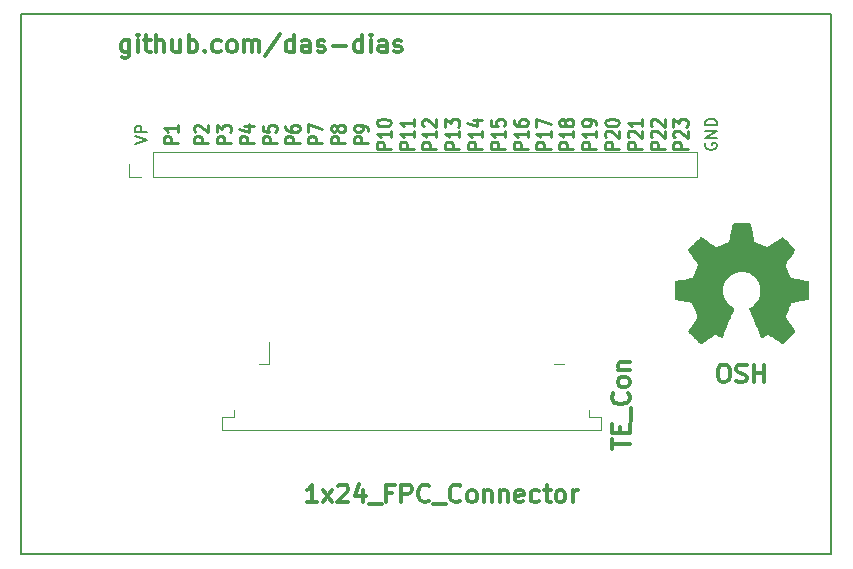
<source format=gbr>
%TF.GenerationSoftware,KiCad,Pcbnew,(6.0.1)*%
%TF.CreationDate,2022-02-07T14:27:38+00:00*%
%TF.ProjectId,24p_fpc_keyboard,3234705f-6670-4635-9f6b-6579626f6172,rev?*%
%TF.SameCoordinates,Original*%
%TF.FileFunction,Legend,Top*%
%TF.FilePolarity,Positive*%
%FSLAX46Y46*%
G04 Gerber Fmt 4.6, Leading zero omitted, Abs format (unit mm)*
G04 Created by KiCad (PCBNEW (6.0.1)) date 2022-02-07 14:27:38*
%MOMM*%
%LPD*%
G01*
G04 APERTURE LIST*
%TA.AperFunction,Profile*%
%ADD10C,0.200000*%
%TD*%
%ADD11C,0.300000*%
%ADD12C,0.250000*%
%ADD13C,0.150000*%
%ADD14C,0.120000*%
G04 APERTURE END LIST*
D10*
X175260000Y-48260000D02*
X106680000Y-48260000D01*
X106680000Y-48260000D02*
X106680000Y-93980000D01*
X106680000Y-93980000D02*
X175260000Y-93980000D01*
X175260000Y-93980000D02*
X175260000Y-48260000D01*
D11*
X156658571Y-85065714D02*
X156658571Y-84208571D01*
X158158571Y-84637142D02*
X156658571Y-84637142D01*
X157372857Y-83708571D02*
X157372857Y-83208571D01*
X158158571Y-82994285D02*
X158158571Y-83708571D01*
X156658571Y-83708571D01*
X156658571Y-82994285D01*
X158301428Y-82708571D02*
X158301428Y-81565714D01*
X158015714Y-80351428D02*
X158087142Y-80422857D01*
X158158571Y-80637142D01*
X158158571Y-80780000D01*
X158087142Y-80994285D01*
X157944285Y-81137142D01*
X157801428Y-81208571D01*
X157515714Y-81280000D01*
X157301428Y-81280000D01*
X157015714Y-81208571D01*
X156872857Y-81137142D01*
X156730000Y-80994285D01*
X156658571Y-80780000D01*
X156658571Y-80637142D01*
X156730000Y-80422857D01*
X156801428Y-80351428D01*
X158158571Y-79494285D02*
X158087142Y-79637142D01*
X158015714Y-79708571D01*
X157872857Y-79780000D01*
X157444285Y-79780000D01*
X157301428Y-79708571D01*
X157230000Y-79637142D01*
X157158571Y-79494285D01*
X157158571Y-79280000D01*
X157230000Y-79137142D01*
X157301428Y-79065714D01*
X157444285Y-78994285D01*
X157872857Y-78994285D01*
X158015714Y-79065714D01*
X158087142Y-79137142D01*
X158158571Y-79280000D01*
X158158571Y-79494285D01*
X157158571Y-78351428D02*
X158158571Y-78351428D01*
X157301428Y-78351428D02*
X157230000Y-78280000D01*
X157158571Y-78137142D01*
X157158571Y-77922857D01*
X157230000Y-77780000D01*
X157372857Y-77708571D01*
X158158571Y-77708571D01*
X115821428Y-50478571D02*
X115821428Y-51692857D01*
X115750000Y-51835714D01*
X115678571Y-51907142D01*
X115535714Y-51978571D01*
X115321428Y-51978571D01*
X115178571Y-51907142D01*
X115821428Y-51407142D02*
X115678571Y-51478571D01*
X115392857Y-51478571D01*
X115250000Y-51407142D01*
X115178571Y-51335714D01*
X115107142Y-51192857D01*
X115107142Y-50764285D01*
X115178571Y-50621428D01*
X115250000Y-50550000D01*
X115392857Y-50478571D01*
X115678571Y-50478571D01*
X115821428Y-50550000D01*
X116535714Y-51478571D02*
X116535714Y-50478571D01*
X116535714Y-49978571D02*
X116464285Y-50050000D01*
X116535714Y-50121428D01*
X116607142Y-50050000D01*
X116535714Y-49978571D01*
X116535714Y-50121428D01*
X117035714Y-50478571D02*
X117607142Y-50478571D01*
X117250000Y-49978571D02*
X117250000Y-51264285D01*
X117321428Y-51407142D01*
X117464285Y-51478571D01*
X117607142Y-51478571D01*
X118107142Y-51478571D02*
X118107142Y-49978571D01*
X118750000Y-51478571D02*
X118750000Y-50692857D01*
X118678571Y-50550000D01*
X118535714Y-50478571D01*
X118321428Y-50478571D01*
X118178571Y-50550000D01*
X118107142Y-50621428D01*
X120107142Y-50478571D02*
X120107142Y-51478571D01*
X119464285Y-50478571D02*
X119464285Y-51264285D01*
X119535714Y-51407142D01*
X119678571Y-51478571D01*
X119892857Y-51478571D01*
X120035714Y-51407142D01*
X120107142Y-51335714D01*
X120821428Y-51478571D02*
X120821428Y-49978571D01*
X120821428Y-50550000D02*
X120964285Y-50478571D01*
X121250000Y-50478571D01*
X121392857Y-50550000D01*
X121464285Y-50621428D01*
X121535714Y-50764285D01*
X121535714Y-51192857D01*
X121464285Y-51335714D01*
X121392857Y-51407142D01*
X121250000Y-51478571D01*
X120964285Y-51478571D01*
X120821428Y-51407142D01*
X122178571Y-51335714D02*
X122250000Y-51407142D01*
X122178571Y-51478571D01*
X122107142Y-51407142D01*
X122178571Y-51335714D01*
X122178571Y-51478571D01*
X123535714Y-51407142D02*
X123392857Y-51478571D01*
X123107142Y-51478571D01*
X122964285Y-51407142D01*
X122892857Y-51335714D01*
X122821428Y-51192857D01*
X122821428Y-50764285D01*
X122892857Y-50621428D01*
X122964285Y-50550000D01*
X123107142Y-50478571D01*
X123392857Y-50478571D01*
X123535714Y-50550000D01*
X124392857Y-51478571D02*
X124250000Y-51407142D01*
X124178571Y-51335714D01*
X124107142Y-51192857D01*
X124107142Y-50764285D01*
X124178571Y-50621428D01*
X124250000Y-50550000D01*
X124392857Y-50478571D01*
X124607142Y-50478571D01*
X124750000Y-50550000D01*
X124821428Y-50621428D01*
X124892857Y-50764285D01*
X124892857Y-51192857D01*
X124821428Y-51335714D01*
X124750000Y-51407142D01*
X124607142Y-51478571D01*
X124392857Y-51478571D01*
X125535714Y-51478571D02*
X125535714Y-50478571D01*
X125535714Y-50621428D02*
X125607142Y-50550000D01*
X125750000Y-50478571D01*
X125964285Y-50478571D01*
X126107142Y-50550000D01*
X126178571Y-50692857D01*
X126178571Y-51478571D01*
X126178571Y-50692857D02*
X126250000Y-50550000D01*
X126392857Y-50478571D01*
X126607142Y-50478571D01*
X126750000Y-50550000D01*
X126821428Y-50692857D01*
X126821428Y-51478571D01*
X128607142Y-49907142D02*
X127321428Y-51835714D01*
X129750000Y-51478571D02*
X129750000Y-49978571D01*
X129750000Y-51407142D02*
X129607142Y-51478571D01*
X129321428Y-51478571D01*
X129178571Y-51407142D01*
X129107142Y-51335714D01*
X129035714Y-51192857D01*
X129035714Y-50764285D01*
X129107142Y-50621428D01*
X129178571Y-50550000D01*
X129321428Y-50478571D01*
X129607142Y-50478571D01*
X129750000Y-50550000D01*
X131107142Y-51478571D02*
X131107142Y-50692857D01*
X131035714Y-50550000D01*
X130892857Y-50478571D01*
X130607142Y-50478571D01*
X130464285Y-50550000D01*
X131107142Y-51407142D02*
X130964285Y-51478571D01*
X130607142Y-51478571D01*
X130464285Y-51407142D01*
X130392857Y-51264285D01*
X130392857Y-51121428D01*
X130464285Y-50978571D01*
X130607142Y-50907142D01*
X130964285Y-50907142D01*
X131107142Y-50835714D01*
X131750000Y-51407142D02*
X131892857Y-51478571D01*
X132178571Y-51478571D01*
X132321428Y-51407142D01*
X132392857Y-51264285D01*
X132392857Y-51192857D01*
X132321428Y-51050000D01*
X132178571Y-50978571D01*
X131964285Y-50978571D01*
X131821428Y-50907142D01*
X131750000Y-50764285D01*
X131750000Y-50692857D01*
X131821428Y-50550000D01*
X131964285Y-50478571D01*
X132178571Y-50478571D01*
X132321428Y-50550000D01*
X133035714Y-50907142D02*
X134178571Y-50907142D01*
X135535714Y-51478571D02*
X135535714Y-49978571D01*
X135535714Y-51407142D02*
X135392857Y-51478571D01*
X135107142Y-51478571D01*
X134964285Y-51407142D01*
X134892857Y-51335714D01*
X134821428Y-51192857D01*
X134821428Y-50764285D01*
X134892857Y-50621428D01*
X134964285Y-50550000D01*
X135107142Y-50478571D01*
X135392857Y-50478571D01*
X135535714Y-50550000D01*
X136250000Y-51478571D02*
X136250000Y-50478571D01*
X136250000Y-49978571D02*
X136178571Y-50050000D01*
X136250000Y-50121428D01*
X136321428Y-50050000D01*
X136250000Y-49978571D01*
X136250000Y-50121428D01*
X137607142Y-51478571D02*
X137607142Y-50692857D01*
X137535714Y-50550000D01*
X137392857Y-50478571D01*
X137107142Y-50478571D01*
X136964285Y-50550000D01*
X137607142Y-51407142D02*
X137464285Y-51478571D01*
X137107142Y-51478571D01*
X136964285Y-51407142D01*
X136892857Y-51264285D01*
X136892857Y-51121428D01*
X136964285Y-50978571D01*
X137107142Y-50907142D01*
X137464285Y-50907142D01*
X137607142Y-50835714D01*
X138250000Y-51407142D02*
X138392857Y-51478571D01*
X138678571Y-51478571D01*
X138821428Y-51407142D01*
X138892857Y-51264285D01*
X138892857Y-51192857D01*
X138821428Y-51050000D01*
X138678571Y-50978571D01*
X138464285Y-50978571D01*
X138321428Y-50907142D01*
X138250000Y-50764285D01*
X138250000Y-50692857D01*
X138321428Y-50550000D01*
X138464285Y-50478571D01*
X138678571Y-50478571D01*
X138821428Y-50550000D01*
D12*
X119922857Y-59158095D02*
X118722857Y-59158095D01*
X118722857Y-58777142D01*
X118780000Y-58681904D01*
X118837142Y-58634285D01*
X118951428Y-58586666D01*
X119122857Y-58586666D01*
X119237142Y-58634285D01*
X119294285Y-58681904D01*
X119351428Y-58777142D01*
X119351428Y-59158095D01*
X119922857Y-57634285D02*
X119922857Y-58205714D01*
X119922857Y-57920000D02*
X118722857Y-57920000D01*
X118894285Y-58015238D01*
X119008571Y-58110476D01*
X119065714Y-58205714D01*
D13*
X116292380Y-59253333D02*
X117292380Y-58920000D01*
X116292380Y-58586666D01*
X117292380Y-58253333D02*
X116292380Y-58253333D01*
X116292380Y-57872380D01*
X116340000Y-57777142D01*
X116387619Y-57729523D01*
X116482857Y-57681904D01*
X116625714Y-57681904D01*
X116720952Y-57729523D01*
X116768571Y-57777142D01*
X116816190Y-57872380D01*
X116816190Y-58253333D01*
D11*
X131704285Y-89578571D02*
X130847142Y-89578571D01*
X131275714Y-89578571D02*
X131275714Y-88078571D01*
X131132857Y-88292857D01*
X130990000Y-88435714D01*
X130847142Y-88507142D01*
X132204285Y-89578571D02*
X132990000Y-88578571D01*
X132204285Y-88578571D02*
X132990000Y-89578571D01*
X133490000Y-88221428D02*
X133561428Y-88150000D01*
X133704285Y-88078571D01*
X134061428Y-88078571D01*
X134204285Y-88150000D01*
X134275714Y-88221428D01*
X134347142Y-88364285D01*
X134347142Y-88507142D01*
X134275714Y-88721428D01*
X133418571Y-89578571D01*
X134347142Y-89578571D01*
X135632857Y-88578571D02*
X135632857Y-89578571D01*
X135275714Y-88007142D02*
X134918571Y-89078571D01*
X135847142Y-89078571D01*
X136061428Y-89721428D02*
X137204285Y-89721428D01*
X138061428Y-88792857D02*
X137561428Y-88792857D01*
X137561428Y-89578571D02*
X137561428Y-88078571D01*
X138275714Y-88078571D01*
X138847142Y-89578571D02*
X138847142Y-88078571D01*
X139418571Y-88078571D01*
X139561428Y-88150000D01*
X139632857Y-88221428D01*
X139704285Y-88364285D01*
X139704285Y-88578571D01*
X139632857Y-88721428D01*
X139561428Y-88792857D01*
X139418571Y-88864285D01*
X138847142Y-88864285D01*
X141204285Y-89435714D02*
X141132857Y-89507142D01*
X140918571Y-89578571D01*
X140775714Y-89578571D01*
X140561428Y-89507142D01*
X140418571Y-89364285D01*
X140347142Y-89221428D01*
X140275714Y-88935714D01*
X140275714Y-88721428D01*
X140347142Y-88435714D01*
X140418571Y-88292857D01*
X140561428Y-88150000D01*
X140775714Y-88078571D01*
X140918571Y-88078571D01*
X141132857Y-88150000D01*
X141204285Y-88221428D01*
X141490000Y-89721428D02*
X142632857Y-89721428D01*
X143847142Y-89435714D02*
X143775714Y-89507142D01*
X143561428Y-89578571D01*
X143418571Y-89578571D01*
X143204285Y-89507142D01*
X143061428Y-89364285D01*
X142990000Y-89221428D01*
X142918571Y-88935714D01*
X142918571Y-88721428D01*
X142990000Y-88435714D01*
X143061428Y-88292857D01*
X143204285Y-88150000D01*
X143418571Y-88078571D01*
X143561428Y-88078571D01*
X143775714Y-88150000D01*
X143847142Y-88221428D01*
X144704285Y-89578571D02*
X144561428Y-89507142D01*
X144490000Y-89435714D01*
X144418571Y-89292857D01*
X144418571Y-88864285D01*
X144490000Y-88721428D01*
X144561428Y-88650000D01*
X144704285Y-88578571D01*
X144918571Y-88578571D01*
X145061428Y-88650000D01*
X145132857Y-88721428D01*
X145204285Y-88864285D01*
X145204285Y-89292857D01*
X145132857Y-89435714D01*
X145061428Y-89507142D01*
X144918571Y-89578571D01*
X144704285Y-89578571D01*
X145847142Y-88578571D02*
X145847142Y-89578571D01*
X145847142Y-88721428D02*
X145918571Y-88650000D01*
X146061428Y-88578571D01*
X146275714Y-88578571D01*
X146418571Y-88650000D01*
X146490000Y-88792857D01*
X146490000Y-89578571D01*
X147204285Y-88578571D02*
X147204285Y-89578571D01*
X147204285Y-88721428D02*
X147275714Y-88650000D01*
X147418571Y-88578571D01*
X147632857Y-88578571D01*
X147775714Y-88650000D01*
X147847142Y-88792857D01*
X147847142Y-89578571D01*
X149132857Y-89507142D02*
X148990000Y-89578571D01*
X148704285Y-89578571D01*
X148561428Y-89507142D01*
X148490000Y-89364285D01*
X148490000Y-88792857D01*
X148561428Y-88650000D01*
X148704285Y-88578571D01*
X148990000Y-88578571D01*
X149132857Y-88650000D01*
X149204285Y-88792857D01*
X149204285Y-88935714D01*
X148490000Y-89078571D01*
X150490000Y-89507142D02*
X150347142Y-89578571D01*
X150061428Y-89578571D01*
X149918571Y-89507142D01*
X149847142Y-89435714D01*
X149775714Y-89292857D01*
X149775714Y-88864285D01*
X149847142Y-88721428D01*
X149918571Y-88650000D01*
X150061428Y-88578571D01*
X150347142Y-88578571D01*
X150490000Y-88650000D01*
X150918571Y-88578571D02*
X151490000Y-88578571D01*
X151132857Y-88078571D02*
X151132857Y-89364285D01*
X151204285Y-89507142D01*
X151347142Y-89578571D01*
X151490000Y-89578571D01*
X152204285Y-89578571D02*
X152061428Y-89507142D01*
X151990000Y-89435714D01*
X151918571Y-89292857D01*
X151918571Y-88864285D01*
X151990000Y-88721428D01*
X152061428Y-88650000D01*
X152204285Y-88578571D01*
X152418571Y-88578571D01*
X152561428Y-88650000D01*
X152632857Y-88721428D01*
X152704285Y-88864285D01*
X152704285Y-89292857D01*
X152632857Y-89435714D01*
X152561428Y-89507142D01*
X152418571Y-89578571D01*
X152204285Y-89578571D01*
X153347142Y-89578571D02*
X153347142Y-88578571D01*
X153347142Y-88864285D02*
X153418571Y-88721428D01*
X153490000Y-88650000D01*
X153632857Y-88578571D01*
X153775714Y-88578571D01*
D13*
X164600000Y-59181904D02*
X164552380Y-59277142D01*
X164552380Y-59420000D01*
X164600000Y-59562857D01*
X164695238Y-59658095D01*
X164790476Y-59705714D01*
X164980952Y-59753333D01*
X165123809Y-59753333D01*
X165314285Y-59705714D01*
X165409523Y-59658095D01*
X165504761Y-59562857D01*
X165552380Y-59420000D01*
X165552380Y-59324761D01*
X165504761Y-59181904D01*
X165457142Y-59134285D01*
X165123809Y-59134285D01*
X165123809Y-59324761D01*
X165552380Y-58705714D02*
X164552380Y-58705714D01*
X165552380Y-58134285D01*
X164552380Y-58134285D01*
X165552380Y-57658095D02*
X164552380Y-57658095D01*
X164552380Y-57420000D01*
X164600000Y-57277142D01*
X164695238Y-57181904D01*
X164790476Y-57134285D01*
X164980952Y-57086666D01*
X165123809Y-57086666D01*
X165314285Y-57134285D01*
X165409523Y-57181904D01*
X165504761Y-57277142D01*
X165552380Y-57420000D01*
X165552380Y-57658095D01*
D12*
X122496857Y-59158095D02*
X121296857Y-59158095D01*
X121296857Y-58777142D01*
X121354000Y-58681904D01*
X121411142Y-58634285D01*
X121525428Y-58586666D01*
X121696857Y-58586666D01*
X121811142Y-58634285D01*
X121868285Y-58681904D01*
X121925428Y-58777142D01*
X121925428Y-59158095D01*
X121411142Y-58205714D02*
X121354000Y-58158095D01*
X121296857Y-58062857D01*
X121296857Y-57824761D01*
X121354000Y-57729523D01*
X121411142Y-57681904D01*
X121525428Y-57634285D01*
X121639714Y-57634285D01*
X121811142Y-57681904D01*
X122496857Y-58253333D01*
X122496857Y-57634285D01*
X124428857Y-59158095D02*
X123228857Y-59158095D01*
X123228857Y-58777142D01*
X123286000Y-58681904D01*
X123343142Y-58634285D01*
X123457428Y-58586666D01*
X123628857Y-58586666D01*
X123743142Y-58634285D01*
X123800285Y-58681904D01*
X123857428Y-58777142D01*
X123857428Y-59158095D01*
X123228857Y-58253333D02*
X123228857Y-57634285D01*
X123686000Y-57967619D01*
X123686000Y-57824761D01*
X123743142Y-57729523D01*
X123800285Y-57681904D01*
X123914571Y-57634285D01*
X124200285Y-57634285D01*
X124314571Y-57681904D01*
X124371714Y-57729523D01*
X124428857Y-57824761D01*
X124428857Y-58110476D01*
X124371714Y-58205714D01*
X124314571Y-58253333D01*
X126360857Y-59158095D02*
X125160857Y-59158095D01*
X125160857Y-58777142D01*
X125218000Y-58681904D01*
X125275142Y-58634285D01*
X125389428Y-58586666D01*
X125560857Y-58586666D01*
X125675142Y-58634285D01*
X125732285Y-58681904D01*
X125789428Y-58777142D01*
X125789428Y-59158095D01*
X125560857Y-57729523D02*
X126360857Y-57729523D01*
X125103714Y-57967619D02*
X125960857Y-58205714D01*
X125960857Y-57586666D01*
X128292857Y-59158095D02*
X127092857Y-59158095D01*
X127092857Y-58777142D01*
X127150000Y-58681904D01*
X127207142Y-58634285D01*
X127321428Y-58586666D01*
X127492857Y-58586666D01*
X127607142Y-58634285D01*
X127664285Y-58681904D01*
X127721428Y-58777142D01*
X127721428Y-59158095D01*
X127092857Y-57681904D02*
X127092857Y-58158095D01*
X127664285Y-58205714D01*
X127607142Y-58158095D01*
X127550000Y-58062857D01*
X127550000Y-57824761D01*
X127607142Y-57729523D01*
X127664285Y-57681904D01*
X127778571Y-57634285D01*
X128064285Y-57634285D01*
X128178571Y-57681904D01*
X128235714Y-57729523D01*
X128292857Y-57824761D01*
X128292857Y-58062857D01*
X128235714Y-58158095D01*
X128178571Y-58205714D01*
X130224857Y-59158095D02*
X129024857Y-59158095D01*
X129024857Y-58777142D01*
X129082000Y-58681904D01*
X129139142Y-58634285D01*
X129253428Y-58586666D01*
X129424857Y-58586666D01*
X129539142Y-58634285D01*
X129596285Y-58681904D01*
X129653428Y-58777142D01*
X129653428Y-59158095D01*
X129024857Y-57729523D02*
X129024857Y-57920000D01*
X129082000Y-58015238D01*
X129139142Y-58062857D01*
X129310571Y-58158095D01*
X129539142Y-58205714D01*
X129996285Y-58205714D01*
X130110571Y-58158095D01*
X130167714Y-58110476D01*
X130224857Y-58015238D01*
X130224857Y-57824761D01*
X130167714Y-57729523D01*
X130110571Y-57681904D01*
X129996285Y-57634285D01*
X129710571Y-57634285D01*
X129596285Y-57681904D01*
X129539142Y-57729523D01*
X129482000Y-57824761D01*
X129482000Y-58015238D01*
X129539142Y-58110476D01*
X129596285Y-58158095D01*
X129710571Y-58205714D01*
X132156857Y-59158095D02*
X130956857Y-59158095D01*
X130956857Y-58777142D01*
X131014000Y-58681904D01*
X131071142Y-58634285D01*
X131185428Y-58586666D01*
X131356857Y-58586666D01*
X131471142Y-58634285D01*
X131528285Y-58681904D01*
X131585428Y-58777142D01*
X131585428Y-59158095D01*
X130956857Y-58253333D02*
X130956857Y-57586666D01*
X132156857Y-58015238D01*
X134088857Y-59158095D02*
X132888857Y-59158095D01*
X132888857Y-58777142D01*
X132946000Y-58681904D01*
X133003142Y-58634285D01*
X133117428Y-58586666D01*
X133288857Y-58586666D01*
X133403142Y-58634285D01*
X133460285Y-58681904D01*
X133517428Y-58777142D01*
X133517428Y-59158095D01*
X133403142Y-58015238D02*
X133346000Y-58110476D01*
X133288857Y-58158095D01*
X133174571Y-58205714D01*
X133117428Y-58205714D01*
X133003142Y-58158095D01*
X132946000Y-58110476D01*
X132888857Y-58015238D01*
X132888857Y-57824761D01*
X132946000Y-57729523D01*
X133003142Y-57681904D01*
X133117428Y-57634285D01*
X133174571Y-57634285D01*
X133288857Y-57681904D01*
X133346000Y-57729523D01*
X133403142Y-57824761D01*
X133403142Y-58015238D01*
X133460285Y-58110476D01*
X133517428Y-58158095D01*
X133631714Y-58205714D01*
X133860285Y-58205714D01*
X133974571Y-58158095D01*
X134031714Y-58110476D01*
X134088857Y-58015238D01*
X134088857Y-57824761D01*
X134031714Y-57729523D01*
X133974571Y-57681904D01*
X133860285Y-57634285D01*
X133631714Y-57634285D01*
X133517428Y-57681904D01*
X133460285Y-57729523D01*
X133403142Y-57824761D01*
X136020857Y-59158095D02*
X134820857Y-59158095D01*
X134820857Y-58777142D01*
X134878000Y-58681904D01*
X134935142Y-58634285D01*
X135049428Y-58586666D01*
X135220857Y-58586666D01*
X135335142Y-58634285D01*
X135392285Y-58681904D01*
X135449428Y-58777142D01*
X135449428Y-59158095D01*
X136020857Y-58110476D02*
X136020857Y-57920000D01*
X135963714Y-57824761D01*
X135906571Y-57777142D01*
X135735142Y-57681904D01*
X135506571Y-57634285D01*
X135049428Y-57634285D01*
X134935142Y-57681904D01*
X134878000Y-57729523D01*
X134820857Y-57824761D01*
X134820857Y-58015238D01*
X134878000Y-58110476D01*
X134935142Y-58158095D01*
X135049428Y-58205714D01*
X135335142Y-58205714D01*
X135449428Y-58158095D01*
X135506571Y-58110476D01*
X135563714Y-58015238D01*
X135563714Y-57824761D01*
X135506571Y-57729523D01*
X135449428Y-57681904D01*
X135335142Y-57634285D01*
X137952857Y-59634285D02*
X136752857Y-59634285D01*
X136752857Y-59253333D01*
X136810000Y-59158095D01*
X136867142Y-59110476D01*
X136981428Y-59062857D01*
X137152857Y-59062857D01*
X137267142Y-59110476D01*
X137324285Y-59158095D01*
X137381428Y-59253333D01*
X137381428Y-59634285D01*
X137952857Y-58110476D02*
X137952857Y-58681904D01*
X137952857Y-58396190D02*
X136752857Y-58396190D01*
X136924285Y-58491428D01*
X137038571Y-58586666D01*
X137095714Y-58681904D01*
X136752857Y-57491428D02*
X136752857Y-57396190D01*
X136810000Y-57300952D01*
X136867142Y-57253333D01*
X136981428Y-57205714D01*
X137210000Y-57158095D01*
X137495714Y-57158095D01*
X137724285Y-57205714D01*
X137838571Y-57253333D01*
X137895714Y-57300952D01*
X137952857Y-57396190D01*
X137952857Y-57491428D01*
X137895714Y-57586666D01*
X137838571Y-57634285D01*
X137724285Y-57681904D01*
X137495714Y-57729523D01*
X137210000Y-57729523D01*
X136981428Y-57681904D01*
X136867142Y-57634285D01*
X136810000Y-57586666D01*
X136752857Y-57491428D01*
X139884857Y-59634285D02*
X138684857Y-59634285D01*
X138684857Y-59253333D01*
X138742000Y-59158095D01*
X138799142Y-59110476D01*
X138913428Y-59062857D01*
X139084857Y-59062857D01*
X139199142Y-59110476D01*
X139256285Y-59158095D01*
X139313428Y-59253333D01*
X139313428Y-59634285D01*
X139884857Y-58110476D02*
X139884857Y-58681904D01*
X139884857Y-58396190D02*
X138684857Y-58396190D01*
X138856285Y-58491428D01*
X138970571Y-58586666D01*
X139027714Y-58681904D01*
X139884857Y-57158095D02*
X139884857Y-57729523D01*
X139884857Y-57443809D02*
X138684857Y-57443809D01*
X138856285Y-57539047D01*
X138970571Y-57634285D01*
X139027714Y-57729523D01*
X141816857Y-59634285D02*
X140616857Y-59634285D01*
X140616857Y-59253333D01*
X140674000Y-59158095D01*
X140731142Y-59110476D01*
X140845428Y-59062857D01*
X141016857Y-59062857D01*
X141131142Y-59110476D01*
X141188285Y-59158095D01*
X141245428Y-59253333D01*
X141245428Y-59634285D01*
X141816857Y-58110476D02*
X141816857Y-58681904D01*
X141816857Y-58396190D02*
X140616857Y-58396190D01*
X140788285Y-58491428D01*
X140902571Y-58586666D01*
X140959714Y-58681904D01*
X140731142Y-57729523D02*
X140674000Y-57681904D01*
X140616857Y-57586666D01*
X140616857Y-57348571D01*
X140674000Y-57253333D01*
X140731142Y-57205714D01*
X140845428Y-57158095D01*
X140959714Y-57158095D01*
X141131142Y-57205714D01*
X141816857Y-57777142D01*
X141816857Y-57158095D01*
X143748857Y-59634285D02*
X142548857Y-59634285D01*
X142548857Y-59253333D01*
X142606000Y-59158095D01*
X142663142Y-59110476D01*
X142777428Y-59062857D01*
X142948857Y-59062857D01*
X143063142Y-59110476D01*
X143120285Y-59158095D01*
X143177428Y-59253333D01*
X143177428Y-59634285D01*
X143748857Y-58110476D02*
X143748857Y-58681904D01*
X143748857Y-58396190D02*
X142548857Y-58396190D01*
X142720285Y-58491428D01*
X142834571Y-58586666D01*
X142891714Y-58681904D01*
X142548857Y-57777142D02*
X142548857Y-57158095D01*
X143006000Y-57491428D01*
X143006000Y-57348571D01*
X143063142Y-57253333D01*
X143120285Y-57205714D01*
X143234571Y-57158095D01*
X143520285Y-57158095D01*
X143634571Y-57205714D01*
X143691714Y-57253333D01*
X143748857Y-57348571D01*
X143748857Y-57634285D01*
X143691714Y-57729523D01*
X143634571Y-57777142D01*
X145680857Y-59634285D02*
X144480857Y-59634285D01*
X144480857Y-59253333D01*
X144538000Y-59158095D01*
X144595142Y-59110476D01*
X144709428Y-59062857D01*
X144880857Y-59062857D01*
X144995142Y-59110476D01*
X145052285Y-59158095D01*
X145109428Y-59253333D01*
X145109428Y-59634285D01*
X145680857Y-58110476D02*
X145680857Y-58681904D01*
X145680857Y-58396190D02*
X144480857Y-58396190D01*
X144652285Y-58491428D01*
X144766571Y-58586666D01*
X144823714Y-58681904D01*
X144880857Y-57253333D02*
X145680857Y-57253333D01*
X144423714Y-57491428D02*
X145280857Y-57729523D01*
X145280857Y-57110476D01*
X147612857Y-59634285D02*
X146412857Y-59634285D01*
X146412857Y-59253333D01*
X146470000Y-59158095D01*
X146527142Y-59110476D01*
X146641428Y-59062857D01*
X146812857Y-59062857D01*
X146927142Y-59110476D01*
X146984285Y-59158095D01*
X147041428Y-59253333D01*
X147041428Y-59634285D01*
X147612857Y-58110476D02*
X147612857Y-58681904D01*
X147612857Y-58396190D02*
X146412857Y-58396190D01*
X146584285Y-58491428D01*
X146698571Y-58586666D01*
X146755714Y-58681904D01*
X146412857Y-57205714D02*
X146412857Y-57681904D01*
X146984285Y-57729523D01*
X146927142Y-57681904D01*
X146870000Y-57586666D01*
X146870000Y-57348571D01*
X146927142Y-57253333D01*
X146984285Y-57205714D01*
X147098571Y-57158095D01*
X147384285Y-57158095D01*
X147498571Y-57205714D01*
X147555714Y-57253333D01*
X147612857Y-57348571D01*
X147612857Y-57586666D01*
X147555714Y-57681904D01*
X147498571Y-57729523D01*
X149544857Y-59634285D02*
X148344857Y-59634285D01*
X148344857Y-59253333D01*
X148402000Y-59158095D01*
X148459142Y-59110476D01*
X148573428Y-59062857D01*
X148744857Y-59062857D01*
X148859142Y-59110476D01*
X148916285Y-59158095D01*
X148973428Y-59253333D01*
X148973428Y-59634285D01*
X149544857Y-58110476D02*
X149544857Y-58681904D01*
X149544857Y-58396190D02*
X148344857Y-58396190D01*
X148516285Y-58491428D01*
X148630571Y-58586666D01*
X148687714Y-58681904D01*
X148344857Y-57253333D02*
X148344857Y-57443809D01*
X148402000Y-57539047D01*
X148459142Y-57586666D01*
X148630571Y-57681904D01*
X148859142Y-57729523D01*
X149316285Y-57729523D01*
X149430571Y-57681904D01*
X149487714Y-57634285D01*
X149544857Y-57539047D01*
X149544857Y-57348571D01*
X149487714Y-57253333D01*
X149430571Y-57205714D01*
X149316285Y-57158095D01*
X149030571Y-57158095D01*
X148916285Y-57205714D01*
X148859142Y-57253333D01*
X148802000Y-57348571D01*
X148802000Y-57539047D01*
X148859142Y-57634285D01*
X148916285Y-57681904D01*
X149030571Y-57729523D01*
X151476857Y-59634285D02*
X150276857Y-59634285D01*
X150276857Y-59253333D01*
X150334000Y-59158095D01*
X150391142Y-59110476D01*
X150505428Y-59062857D01*
X150676857Y-59062857D01*
X150791142Y-59110476D01*
X150848285Y-59158095D01*
X150905428Y-59253333D01*
X150905428Y-59634285D01*
X151476857Y-58110476D02*
X151476857Y-58681904D01*
X151476857Y-58396190D02*
X150276857Y-58396190D01*
X150448285Y-58491428D01*
X150562571Y-58586666D01*
X150619714Y-58681904D01*
X150276857Y-57777142D02*
X150276857Y-57110476D01*
X151476857Y-57539047D01*
X153408857Y-59634285D02*
X152208857Y-59634285D01*
X152208857Y-59253333D01*
X152266000Y-59158095D01*
X152323142Y-59110476D01*
X152437428Y-59062857D01*
X152608857Y-59062857D01*
X152723142Y-59110476D01*
X152780285Y-59158095D01*
X152837428Y-59253333D01*
X152837428Y-59634285D01*
X153408857Y-58110476D02*
X153408857Y-58681904D01*
X153408857Y-58396190D02*
X152208857Y-58396190D01*
X152380285Y-58491428D01*
X152494571Y-58586666D01*
X152551714Y-58681904D01*
X152723142Y-57539047D02*
X152666000Y-57634285D01*
X152608857Y-57681904D01*
X152494571Y-57729523D01*
X152437428Y-57729523D01*
X152323142Y-57681904D01*
X152266000Y-57634285D01*
X152208857Y-57539047D01*
X152208857Y-57348571D01*
X152266000Y-57253333D01*
X152323142Y-57205714D01*
X152437428Y-57158095D01*
X152494571Y-57158095D01*
X152608857Y-57205714D01*
X152666000Y-57253333D01*
X152723142Y-57348571D01*
X152723142Y-57539047D01*
X152780285Y-57634285D01*
X152837428Y-57681904D01*
X152951714Y-57729523D01*
X153180285Y-57729523D01*
X153294571Y-57681904D01*
X153351714Y-57634285D01*
X153408857Y-57539047D01*
X153408857Y-57348571D01*
X153351714Y-57253333D01*
X153294571Y-57205714D01*
X153180285Y-57158095D01*
X152951714Y-57158095D01*
X152837428Y-57205714D01*
X152780285Y-57253333D01*
X152723142Y-57348571D01*
X155340857Y-59634285D02*
X154140857Y-59634285D01*
X154140857Y-59253333D01*
X154198000Y-59158095D01*
X154255142Y-59110476D01*
X154369428Y-59062857D01*
X154540857Y-59062857D01*
X154655142Y-59110476D01*
X154712285Y-59158095D01*
X154769428Y-59253333D01*
X154769428Y-59634285D01*
X155340857Y-58110476D02*
X155340857Y-58681904D01*
X155340857Y-58396190D02*
X154140857Y-58396190D01*
X154312285Y-58491428D01*
X154426571Y-58586666D01*
X154483714Y-58681904D01*
X155340857Y-57634285D02*
X155340857Y-57443809D01*
X155283714Y-57348571D01*
X155226571Y-57300952D01*
X155055142Y-57205714D01*
X154826571Y-57158095D01*
X154369428Y-57158095D01*
X154255142Y-57205714D01*
X154198000Y-57253333D01*
X154140857Y-57348571D01*
X154140857Y-57539047D01*
X154198000Y-57634285D01*
X154255142Y-57681904D01*
X154369428Y-57729523D01*
X154655142Y-57729523D01*
X154769428Y-57681904D01*
X154826571Y-57634285D01*
X154883714Y-57539047D01*
X154883714Y-57348571D01*
X154826571Y-57253333D01*
X154769428Y-57205714D01*
X154655142Y-57158095D01*
X157272857Y-59634285D02*
X156072857Y-59634285D01*
X156072857Y-59253333D01*
X156130000Y-59158095D01*
X156187142Y-59110476D01*
X156301428Y-59062857D01*
X156472857Y-59062857D01*
X156587142Y-59110476D01*
X156644285Y-59158095D01*
X156701428Y-59253333D01*
X156701428Y-59634285D01*
X156187142Y-58681904D02*
X156130000Y-58634285D01*
X156072857Y-58539047D01*
X156072857Y-58300952D01*
X156130000Y-58205714D01*
X156187142Y-58158095D01*
X156301428Y-58110476D01*
X156415714Y-58110476D01*
X156587142Y-58158095D01*
X157272857Y-58729523D01*
X157272857Y-58110476D01*
X156072857Y-57491428D02*
X156072857Y-57396190D01*
X156130000Y-57300952D01*
X156187142Y-57253333D01*
X156301428Y-57205714D01*
X156530000Y-57158095D01*
X156815714Y-57158095D01*
X157044285Y-57205714D01*
X157158571Y-57253333D01*
X157215714Y-57300952D01*
X157272857Y-57396190D01*
X157272857Y-57491428D01*
X157215714Y-57586666D01*
X157158571Y-57634285D01*
X157044285Y-57681904D01*
X156815714Y-57729523D01*
X156530000Y-57729523D01*
X156301428Y-57681904D01*
X156187142Y-57634285D01*
X156130000Y-57586666D01*
X156072857Y-57491428D01*
X159204857Y-59634285D02*
X158004857Y-59634285D01*
X158004857Y-59253333D01*
X158062000Y-59158095D01*
X158119142Y-59110476D01*
X158233428Y-59062857D01*
X158404857Y-59062857D01*
X158519142Y-59110476D01*
X158576285Y-59158095D01*
X158633428Y-59253333D01*
X158633428Y-59634285D01*
X158119142Y-58681904D02*
X158062000Y-58634285D01*
X158004857Y-58539047D01*
X158004857Y-58300952D01*
X158062000Y-58205714D01*
X158119142Y-58158095D01*
X158233428Y-58110476D01*
X158347714Y-58110476D01*
X158519142Y-58158095D01*
X159204857Y-58729523D01*
X159204857Y-58110476D01*
X159204857Y-57158095D02*
X159204857Y-57729523D01*
X159204857Y-57443809D02*
X158004857Y-57443809D01*
X158176285Y-57539047D01*
X158290571Y-57634285D01*
X158347714Y-57729523D01*
X161136857Y-59634285D02*
X159936857Y-59634285D01*
X159936857Y-59253333D01*
X159994000Y-59158095D01*
X160051142Y-59110476D01*
X160165428Y-59062857D01*
X160336857Y-59062857D01*
X160451142Y-59110476D01*
X160508285Y-59158095D01*
X160565428Y-59253333D01*
X160565428Y-59634285D01*
X160051142Y-58681904D02*
X159994000Y-58634285D01*
X159936857Y-58539047D01*
X159936857Y-58300952D01*
X159994000Y-58205714D01*
X160051142Y-58158095D01*
X160165428Y-58110476D01*
X160279714Y-58110476D01*
X160451142Y-58158095D01*
X161136857Y-58729523D01*
X161136857Y-58110476D01*
X160051142Y-57729523D02*
X159994000Y-57681904D01*
X159936857Y-57586666D01*
X159936857Y-57348571D01*
X159994000Y-57253333D01*
X160051142Y-57205714D01*
X160165428Y-57158095D01*
X160279714Y-57158095D01*
X160451142Y-57205714D01*
X161136857Y-57777142D01*
X161136857Y-57158095D01*
X163068857Y-59634285D02*
X161868857Y-59634285D01*
X161868857Y-59253333D01*
X161926000Y-59158095D01*
X161983142Y-59110476D01*
X162097428Y-59062857D01*
X162268857Y-59062857D01*
X162383142Y-59110476D01*
X162440285Y-59158095D01*
X162497428Y-59253333D01*
X162497428Y-59634285D01*
X161983142Y-58681904D02*
X161926000Y-58634285D01*
X161868857Y-58539047D01*
X161868857Y-58300952D01*
X161926000Y-58205714D01*
X161983142Y-58158095D01*
X162097428Y-58110476D01*
X162211714Y-58110476D01*
X162383142Y-58158095D01*
X163068857Y-58729523D01*
X163068857Y-58110476D01*
X161868857Y-57777142D02*
X161868857Y-57158095D01*
X162326000Y-57491428D01*
X162326000Y-57348571D01*
X162383142Y-57253333D01*
X162440285Y-57205714D01*
X162554571Y-57158095D01*
X162840285Y-57158095D01*
X162954571Y-57205714D01*
X163011714Y-57253333D01*
X163068857Y-57348571D01*
X163068857Y-57634285D01*
X163011714Y-57729523D01*
X162954571Y-57777142D01*
D11*
X165997142Y-77918571D02*
X166282857Y-77918571D01*
X166425714Y-77990000D01*
X166568571Y-78132857D01*
X166640000Y-78418571D01*
X166640000Y-78918571D01*
X166568571Y-79204285D01*
X166425714Y-79347142D01*
X166282857Y-79418571D01*
X165997142Y-79418571D01*
X165854285Y-79347142D01*
X165711428Y-79204285D01*
X165640000Y-78918571D01*
X165640000Y-78418571D01*
X165711428Y-78132857D01*
X165854285Y-77990000D01*
X165997142Y-77918571D01*
X167211428Y-79347142D02*
X167425714Y-79418571D01*
X167782857Y-79418571D01*
X167925714Y-79347142D01*
X167997142Y-79275714D01*
X168068571Y-79132857D01*
X168068571Y-78990000D01*
X167997142Y-78847142D01*
X167925714Y-78775714D01*
X167782857Y-78704285D01*
X167497142Y-78632857D01*
X167354285Y-78561428D01*
X167282857Y-78490000D01*
X167211428Y-78347142D01*
X167211428Y-78204285D01*
X167282857Y-78061428D01*
X167354285Y-77990000D01*
X167497142Y-77918571D01*
X167854285Y-77918571D01*
X168068571Y-77990000D01*
X168711428Y-79418571D02*
X168711428Y-77918571D01*
X168711428Y-78632857D02*
X169568571Y-78632857D01*
X169568571Y-79418571D02*
X169568571Y-77918571D01*
D14*
%TO.C,REF\u002A\u002A*%
X117840000Y-59900000D02*
X163900000Y-59900000D01*
X115780000Y-62020000D02*
X115780000Y-60960000D01*
X117840000Y-62020000D02*
X163900000Y-62020000D01*
X116840000Y-62020000D02*
X115780000Y-62020000D01*
X117840000Y-62020000D02*
X117840000Y-59900000D01*
X163900000Y-62020000D02*
X163900000Y-59900000D01*
X154745000Y-82340000D02*
X155770000Y-82340000D01*
X126810000Y-77830000D02*
X127635000Y-77830000D01*
X154745000Y-81800000D02*
X154745000Y-82340000D01*
X155770000Y-83450000D02*
X123630000Y-83450000D01*
X124655000Y-82340000D02*
X124655000Y-81800000D01*
X123630000Y-83450000D02*
X123630000Y-82340000D01*
X155770000Y-82340000D02*
X155770000Y-83450000D01*
X123630000Y-82340000D02*
X124655000Y-82340000D01*
X151765000Y-77830000D02*
X152590000Y-77830000D01*
X127635000Y-77830000D02*
X127635000Y-76030000D01*
%TO.C,G\u002A\u002A\u002A*%
G36*
X167912494Y-65960542D02*
G01*
X168050290Y-65962270D01*
X168172865Y-65965050D01*
X168274696Y-65968904D01*
X168350258Y-65973857D01*
X168394026Y-65979932D01*
X168400328Y-65982073D01*
X168412122Y-65988364D01*
X168422627Y-65996706D01*
X168432564Y-66010262D01*
X168442654Y-66032197D01*
X168453619Y-66065674D01*
X168466180Y-66113857D01*
X168481058Y-66179911D01*
X168498973Y-66266999D01*
X168520648Y-66378285D01*
X168546803Y-66516934D01*
X168578161Y-66686110D01*
X168615441Y-66888976D01*
X168649861Y-67076816D01*
X168681819Y-67243796D01*
X168709318Y-67371380D01*
X168732447Y-67459946D01*
X168751301Y-67509871D01*
X168757966Y-67519407D01*
X168784003Y-67534553D01*
X168841253Y-67561818D01*
X168923727Y-67598727D01*
X169025436Y-67642808D01*
X169140392Y-67691586D01*
X169262606Y-67742588D01*
X169386089Y-67793340D01*
X169504853Y-67841368D01*
X169612909Y-67884199D01*
X169704268Y-67919359D01*
X169772942Y-67944374D01*
X169812941Y-67956771D01*
X169818985Y-67957672D01*
X169841119Y-67946654D01*
X169892387Y-67915333D01*
X169969013Y-67866190D01*
X170067220Y-67801710D01*
X170183229Y-67724375D01*
X170313264Y-67636670D01*
X170453546Y-67541077D01*
X170473839Y-67527171D01*
X170615151Y-67430703D01*
X170746636Y-67341776D01*
X170864534Y-67262870D01*
X170965086Y-67196466D01*
X171044531Y-67145043D01*
X171099110Y-67111082D01*
X171125064Y-67097062D01*
X171126215Y-67096832D01*
X171147763Y-67110688D01*
X171193076Y-67149681D01*
X171258325Y-67209944D01*
X171339680Y-67287614D01*
X171433312Y-67378825D01*
X171535392Y-67479713D01*
X171642089Y-67586413D01*
X171749574Y-67695059D01*
X171854018Y-67801787D01*
X171951591Y-67902732D01*
X172038464Y-67994029D01*
X172110808Y-68071814D01*
X172164792Y-68132220D01*
X172196588Y-68171384D01*
X172203593Y-68184172D01*
X172192573Y-68208808D01*
X172161214Y-68262340D01*
X172112068Y-68340824D01*
X172047687Y-68440317D01*
X171970621Y-68556872D01*
X171883424Y-68686546D01*
X171790881Y-68822145D01*
X171695975Y-68960790D01*
X171608273Y-69090000D01*
X171530385Y-69205848D01*
X171464920Y-69304405D01*
X171414489Y-69381741D01*
X171381701Y-69433928D01*
X171369214Y-69456842D01*
X171374579Y-69483715D01*
X171394072Y-69541303D01*
X171425252Y-69623878D01*
X171465679Y-69725713D01*
X171512913Y-69841082D01*
X171564515Y-69964257D01*
X171618044Y-70089510D01*
X171671060Y-70211114D01*
X171721123Y-70323343D01*
X171765793Y-70420468D01*
X171802630Y-70496762D01*
X171829194Y-70546498D01*
X171840158Y-70562240D01*
X171875596Y-70579863D01*
X171949338Y-70601361D01*
X172059886Y-70626359D01*
X172205739Y-70654484D01*
X172223609Y-70657706D01*
X172485445Y-70705025D01*
X172708996Y-70746319D01*
X172895513Y-70781840D01*
X173046247Y-70811845D01*
X173162448Y-70836588D01*
X173245369Y-70856323D01*
X173296258Y-70871307D01*
X173314754Y-70880048D01*
X173322573Y-70891380D01*
X173328928Y-70913583D01*
X173333963Y-70950377D01*
X173337821Y-71005482D01*
X173340646Y-71082620D01*
X173342582Y-71185509D01*
X173343771Y-71317871D01*
X173344359Y-71483425D01*
X173344491Y-71650417D01*
X173344181Y-71854110D01*
X173343184Y-72020839D01*
X173341400Y-72153669D01*
X173338728Y-72255662D01*
X173335068Y-72329883D01*
X173330321Y-72379394D01*
X173324385Y-72407261D01*
X173319472Y-72415528D01*
X173290680Y-72426649D01*
X173231308Y-72442234D01*
X173150257Y-72460145D01*
X173064271Y-72476825D01*
X172810931Y-72523086D01*
X172594496Y-72563007D01*
X172412429Y-72597098D01*
X172262191Y-72625866D01*
X172141247Y-72649820D01*
X172047059Y-72669469D01*
X171977091Y-72685322D01*
X171928804Y-72697886D01*
X171899662Y-72707670D01*
X171890922Y-72712022D01*
X171870601Y-72736767D01*
X171840041Y-72792493D01*
X171798589Y-72880635D01*
X171745594Y-73002629D01*
X171680403Y-73159908D01*
X171625675Y-73295487D01*
X171569606Y-73436354D01*
X171518713Y-73565700D01*
X171474840Y-73678724D01*
X171439825Y-73770629D01*
X171415513Y-73836615D01*
X171403742Y-73871883D01*
X171402924Y-73875982D01*
X171413686Y-73901726D01*
X171442645Y-73951915D01*
X171484868Y-74018324D01*
X171516980Y-74066132D01*
X171664339Y-74281293D01*
X171790331Y-74465749D01*
X171896408Y-74621686D01*
X171984019Y-74751292D01*
X172054613Y-74856754D01*
X172109642Y-74940259D01*
X172150554Y-75003995D01*
X172178799Y-75050149D01*
X172195828Y-75080908D01*
X172203090Y-75098460D01*
X172203593Y-75101929D01*
X172189791Y-75123590D01*
X172150951Y-75169119D01*
X172090924Y-75234668D01*
X172013558Y-75316392D01*
X171922705Y-75410442D01*
X171822213Y-75512974D01*
X171715934Y-75620141D01*
X171607715Y-75728095D01*
X171501409Y-75832992D01*
X171400864Y-75930984D01*
X171309930Y-76018224D01*
X171232457Y-76090867D01*
X171172295Y-76145065D01*
X171133294Y-76176973D01*
X171120574Y-76183987D01*
X171096994Y-76173000D01*
X171044615Y-76141801D01*
X170967503Y-76093030D01*
X170869725Y-76029330D01*
X170755350Y-75953340D01*
X170628444Y-75867703D01*
X170530248Y-75800628D01*
X170396269Y-75709205D01*
X170271450Y-75625093D01*
X170159941Y-75551007D01*
X170065891Y-75489663D01*
X169993450Y-75443773D01*
X169946768Y-75416055D01*
X169931468Y-75408879D01*
X169897465Y-75415216D01*
X169834452Y-75440082D01*
X169747607Y-75481180D01*
X169642108Y-75536211D01*
X169631375Y-75542042D01*
X169538079Y-75592025D01*
X169456220Y-75634264D01*
X169392661Y-75665339D01*
X169354262Y-75681834D01*
X169347191Y-75683593D01*
X169338566Y-75683115D01*
X169330148Y-75679422D01*
X169320378Y-75669124D01*
X169307695Y-75648832D01*
X169290539Y-75615156D01*
X169267349Y-75564708D01*
X169236567Y-75494097D01*
X169196631Y-75399936D01*
X169145982Y-75278833D01*
X169083059Y-75127400D01*
X169009534Y-74950046D01*
X168884966Y-74649353D01*
X168774980Y-74383540D01*
X168678746Y-74150541D01*
X168595431Y-73948289D01*
X168524205Y-73774720D01*
X168464236Y-73627768D01*
X168414693Y-73505367D01*
X168374744Y-73405451D01*
X168343558Y-73325955D01*
X168320305Y-73264813D01*
X168304152Y-73219960D01*
X168294268Y-73189329D01*
X168289822Y-73170855D01*
X168289982Y-73162473D01*
X168290060Y-73162339D01*
X168310223Y-73144101D01*
X168356300Y-73108589D01*
X168421168Y-73061145D01*
X168488186Y-73013736D01*
X168664949Y-72880704D01*
X168809727Y-72748440D01*
X168929620Y-72609069D01*
X169031730Y-72454713D01*
X169090267Y-72345945D01*
X169174836Y-72142152D01*
X169226141Y-71931826D01*
X169246649Y-71704491D01*
X169247101Y-71680441D01*
X169240332Y-71486280D01*
X169212544Y-71309192D01*
X169160514Y-71135239D01*
X169081018Y-70950485D01*
X169075846Y-70939858D01*
X169026082Y-70842272D01*
X168980428Y-70765211D01*
X168930109Y-70696551D01*
X168866351Y-70624167D01*
X168791892Y-70547493D01*
X168631559Y-70400921D01*
X168472199Y-70286995D01*
X168304463Y-70199682D01*
X168178407Y-70151615D01*
X167930066Y-70087982D01*
X167685390Y-70064148D01*
X167443476Y-70080173D01*
X167203423Y-70136115D01*
X166969472Y-70229546D01*
X166752274Y-70355359D01*
X166562521Y-70510257D01*
X166400479Y-70693937D01*
X166266410Y-70906094D01*
X166160578Y-71146427D01*
X166152575Y-71169058D01*
X166128068Y-71241886D01*
X166110931Y-71302048D01*
X166099864Y-71359569D01*
X166093566Y-71424469D01*
X166090736Y-71506772D01*
X166090073Y-71616500D01*
X166090095Y-71650417D01*
X166090751Y-71769549D01*
X166093260Y-71858882D01*
X166098942Y-71928648D01*
X166109116Y-71989077D01*
X166125101Y-72050398D01*
X166148215Y-72122841D01*
X166152749Y-72136403D01*
X166250199Y-72368349D01*
X166380725Y-72580405D01*
X166545335Y-72773764D01*
X166745034Y-72949618D01*
X166964468Y-73099314D01*
X167010421Y-73133187D01*
X167036943Y-73164336D01*
X167039527Y-73173288D01*
X167038375Y-73182119D01*
X167034286Y-73197290D01*
X167026315Y-73221141D01*
X167013514Y-73256012D01*
X166994936Y-73304243D01*
X166969633Y-73368175D01*
X166936659Y-73450147D01*
X166895067Y-73552499D01*
X166843909Y-73677571D01*
X166782239Y-73827704D01*
X166709110Y-74005237D01*
X166623573Y-74212511D01*
X166524683Y-74451865D01*
X166411493Y-74725640D01*
X166400236Y-74752860D01*
X166326376Y-74930685D01*
X166256417Y-75097643D01*
X166191971Y-75249984D01*
X166134654Y-75383962D01*
X166086079Y-75495827D01*
X166047861Y-75581831D01*
X166021613Y-75638227D01*
X166009039Y-75661179D01*
X165993806Y-75669416D01*
X165968810Y-75667830D01*
X165928616Y-75654336D01*
X165867795Y-75626848D01*
X165780911Y-75583281D01*
X165709297Y-75546089D01*
X165612822Y-75496565D01*
X165527398Y-75454503D01*
X165459922Y-75423160D01*
X165417290Y-75405796D01*
X165407293Y-75403372D01*
X165384417Y-75414354D01*
X165332666Y-75445556D01*
X165256042Y-75494364D01*
X165158549Y-75558164D01*
X165044192Y-75634341D01*
X164916974Y-75720282D01*
X164809544Y-75793680D01*
X164674599Y-75885602D01*
X164548942Y-75969816D01*
X164436642Y-76043699D01*
X164341773Y-76104627D01*
X164268406Y-76149979D01*
X164220611Y-76177130D01*
X164203649Y-76183987D01*
X164180143Y-76169959D01*
X164131304Y-76129404D01*
X164059584Y-76064616D01*
X163967432Y-75977888D01*
X163857299Y-75871514D01*
X163731636Y-75747788D01*
X163641349Y-75657704D01*
X163522369Y-75537733D01*
X163412837Y-75425979D01*
X163315885Y-75325735D01*
X163234643Y-75240298D01*
X163172242Y-75172961D01*
X163131815Y-75127020D01*
X163116491Y-75105770D01*
X163116438Y-75105346D01*
X163127427Y-75083263D01*
X163158656Y-75032266D01*
X163207523Y-74956313D01*
X163271421Y-74859363D01*
X163347747Y-74745372D01*
X163433897Y-74618301D01*
X163510280Y-74506773D01*
X163603105Y-74370914D01*
X163688639Y-74243950D01*
X163764192Y-74130009D01*
X163827075Y-74033221D01*
X163874599Y-73957715D01*
X163904073Y-73907623D01*
X163912849Y-73888628D01*
X163907879Y-73856512D01*
X163888275Y-73790756D01*
X163855159Y-73694519D01*
X163809657Y-73570960D01*
X163752893Y-73423238D01*
X163696387Y-73280434D01*
X163627795Y-73110482D01*
X163571694Y-72974860D01*
X163526613Y-72870377D01*
X163491081Y-72793846D01*
X163463626Y-72742076D01*
X163442777Y-72711880D01*
X163428925Y-72700700D01*
X163397567Y-72692242D01*
X163333027Y-72678026D01*
X163241537Y-72659311D01*
X163129327Y-72637354D01*
X163002628Y-72613415D01*
X162936296Y-72601188D01*
X162715815Y-72560688D01*
X162531657Y-72526370D01*
X162380701Y-72497563D01*
X162259831Y-72473596D01*
X162165928Y-72453798D01*
X162095872Y-72437497D01*
X162046545Y-72424022D01*
X162014830Y-72412702D01*
X161997607Y-72402866D01*
X161993443Y-72398276D01*
X161989454Y-72372561D01*
X161985773Y-72311505D01*
X161982510Y-72219798D01*
X161979775Y-72102131D01*
X161977679Y-71963194D01*
X161976332Y-71807677D01*
X161975846Y-71649239D01*
X161976092Y-71448008D01*
X161977091Y-71283579D01*
X161978949Y-71152726D01*
X161981774Y-71052224D01*
X161985673Y-70978847D01*
X161990755Y-70929371D01*
X161997128Y-70900570D01*
X162001093Y-70892547D01*
X162029508Y-70877772D01*
X162096954Y-70857342D01*
X162202848Y-70831378D01*
X162346606Y-70800002D01*
X162527648Y-70763335D01*
X162745390Y-70721501D01*
X162999249Y-70674619D01*
X163288645Y-70622812D01*
X163312330Y-70618631D01*
X163387492Y-70603191D01*
X163448852Y-70586609D01*
X163484055Y-70572269D01*
X163485483Y-70571233D01*
X163500825Y-70547131D01*
X163528763Y-70491735D01*
X163566808Y-70410829D01*
X163612476Y-70310201D01*
X163663277Y-70195637D01*
X163716726Y-70072924D01*
X163770335Y-69947847D01*
X163821618Y-69826193D01*
X163868087Y-69713748D01*
X163907255Y-69616299D01*
X163936635Y-69539633D01*
X163953741Y-69489535D01*
X163957100Y-69473945D01*
X163945606Y-69446351D01*
X163911819Y-69387807D01*
X163856783Y-69299887D01*
X163781542Y-69184168D01*
X163687137Y-69042223D01*
X163574614Y-68875630D01*
X163445014Y-68685963D01*
X163299382Y-68474799D01*
X163212562Y-68349682D01*
X163168442Y-68283756D01*
X163134991Y-68229065D01*
X163117678Y-68194726D01*
X163116438Y-68189417D01*
X163130152Y-68170342D01*
X163168764Y-68127147D01*
X163228478Y-68063624D01*
X163305501Y-67983570D01*
X163396036Y-67890777D01*
X163496288Y-67789039D01*
X163602464Y-67682151D01*
X163710767Y-67573907D01*
X163817402Y-67468101D01*
X163918575Y-67368527D01*
X164010491Y-67278979D01*
X164089353Y-67203251D01*
X164151368Y-67145137D01*
X164192741Y-67108431D01*
X164209298Y-67096832D01*
X164234734Y-67107688D01*
X164283494Y-67136597D01*
X164346523Y-67178068D01*
X164369288Y-67193839D01*
X164508545Y-67291004D01*
X164652473Y-67390428D01*
X164797159Y-67489497D01*
X164938690Y-67585597D01*
X165073155Y-67676116D01*
X165196642Y-67758439D01*
X165305238Y-67829953D01*
X165395030Y-67888045D01*
X165462107Y-67930100D01*
X165502557Y-67953505D01*
X165512412Y-67957509D01*
X165543693Y-67949916D01*
X165604612Y-67928759D01*
X165689426Y-67896478D01*
X165792395Y-67855511D01*
X165907779Y-67808294D01*
X166029836Y-67757266D01*
X166152826Y-67704864D01*
X166271007Y-67653527D01*
X166378638Y-67605692D01*
X166469979Y-67563797D01*
X166539289Y-67530280D01*
X166580827Y-67507579D01*
X166590186Y-67499849D01*
X166596853Y-67473254D01*
X166609896Y-67411891D01*
X166628410Y-67320355D01*
X166651490Y-67203244D01*
X166678230Y-67065152D01*
X166707725Y-66910675D01*
X166739069Y-66744409D01*
X166740076Y-66739035D01*
X166771660Y-66572947D01*
X166801862Y-66418964D01*
X166829729Y-66281600D01*
X166854302Y-66165375D01*
X166874628Y-66074804D01*
X166889748Y-66014403D01*
X166898709Y-65988690D01*
X166898928Y-65988444D01*
X166925112Y-65981763D01*
X166985795Y-65975922D01*
X167075452Y-65970945D01*
X167188559Y-65966856D01*
X167319592Y-65963678D01*
X167463026Y-65961434D01*
X167613338Y-65960148D01*
X167765001Y-65959843D01*
X167912494Y-65960542D01*
G37*
%TD*%
M02*

</source>
